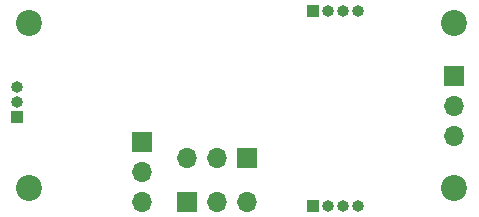
<source format=gbs>
%TF.GenerationSoftware,KiCad,Pcbnew,(6.99.0)*%
%TF.CreationDate,2023-03-13T13:34:34-07:00*%
%TF.ProjectId,emg-analog-front-end,656d672d-616e-4616-9c6f-672d66726f6e,rev?*%
%TF.SameCoordinates,Original*%
%TF.FileFunction,Soldermask,Bot*%
%TF.FilePolarity,Negative*%
%FSLAX46Y46*%
G04 Gerber Fmt 4.6, Leading zero omitted, Abs format (unit mm)*
G04 Created by KiCad (PCBNEW (6.99.0)) date 2023-03-13 13:34:34*
%MOMM*%
%LPD*%
G01*
G04 APERTURE LIST*
%ADD10R,1.700000X1.700000*%
%ADD11O,1.700000X1.700000*%
%ADD12C,2.200000*%
%ADD13R,1.000000X1.000000*%
%ADD14O,1.000000X1.000000*%
G04 APERTURE END LIST*
D10*
%TO.C,J5*%
X21448000Y-14478000D03*
D11*
X18908000Y-14478000D03*
X16368000Y-14478000D03*
%TD*%
D10*
%TO.C,J7*%
X38989000Y-7508000D03*
D11*
X38989000Y-10048000D03*
X38989000Y-12588000D03*
%TD*%
D12*
%TO.C,H2*%
X39000000Y-17000000D03*
%TD*%
D13*
%TO.C,J2*%
X27000000Y-2000000D03*
D14*
X28270000Y-2000000D03*
X29540000Y-2000000D03*
X30810000Y-2000000D03*
%TD*%
D12*
%TO.C,H4*%
X3000000Y-17000000D03*
%TD*%
D13*
%TO.C,J1*%
X2000000Y-11000000D03*
D14*
X2000000Y-9730000D03*
X2000000Y-8460000D03*
%TD*%
D10*
%TO.C,J4*%
X16398000Y-18161000D03*
D11*
X18938000Y-18161000D03*
X21478000Y-18161000D03*
%TD*%
D12*
%TO.C,H1*%
X3000000Y-3000000D03*
%TD*%
D10*
%TO.C,J6*%
X12573000Y-13081000D03*
D11*
X12573000Y-15621000D03*
X12573000Y-18161000D03*
%TD*%
D13*
%TO.C,J3*%
X27000000Y-18500000D03*
D14*
X28270000Y-18500000D03*
X29540000Y-18500000D03*
X30810000Y-18500000D03*
%TD*%
D12*
%TO.C,H3*%
X39000000Y-3000000D03*
%TD*%
M02*

</source>
